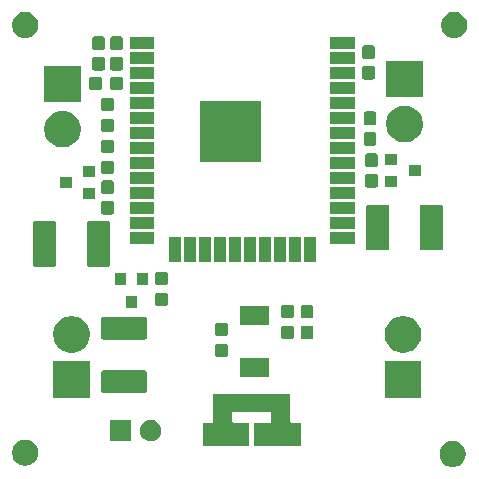
<source format=gbr>
G04 #@! TF.GenerationSoftware,KiCad,Pcbnew,(5.1.5)-3*
G04 #@! TF.CreationDate,2020-08-30T19:55:31+02:00*
G04 #@! TF.ProjectId,Drone_PCB,44726f6e-655f-4504-9342-2e6b69636164,rev?*
G04 #@! TF.SameCoordinates,Original*
G04 #@! TF.FileFunction,Soldermask,Top*
G04 #@! TF.FilePolarity,Negative*
%FSLAX46Y46*%
G04 Gerber Fmt 4.6, Leading zero omitted, Abs format (unit mm)*
G04 Created by KiCad (PCBNEW (5.1.5)-3) date 2020-08-30 19:55:31*
%MOMM*%
%LPD*%
G04 APERTURE LIST*
%ADD10C,0.100000*%
G04 APERTURE END LIST*
D10*
G36*
X86954007Y-74230800D02*
G01*
X87062150Y-74252311D01*
X87262520Y-74335307D01*
X87442844Y-74455795D01*
X87596205Y-74609156D01*
X87716693Y-74789480D01*
X87799689Y-74989851D01*
X87842000Y-75202560D01*
X87842000Y-75419440D01*
X87799689Y-75632149D01*
X87716693Y-75832520D01*
X87596205Y-76012844D01*
X87442844Y-76166205D01*
X87262520Y-76286693D01*
X87162334Y-76328191D01*
X87062150Y-76369689D01*
X86955795Y-76390844D01*
X86849440Y-76412000D01*
X86632560Y-76412000D01*
X86526205Y-76390844D01*
X86419850Y-76369689D01*
X86219480Y-76286693D01*
X86039156Y-76166205D01*
X85885795Y-76012844D01*
X85765307Y-75832520D01*
X85682311Y-75632149D01*
X85640000Y-75419440D01*
X85640000Y-75202560D01*
X85682311Y-74989851D01*
X85765307Y-74789480D01*
X85885795Y-74609156D01*
X86039156Y-74455795D01*
X86219480Y-74335307D01*
X86419850Y-74252311D01*
X86527993Y-74230800D01*
X86632560Y-74210000D01*
X86849440Y-74210000D01*
X86954007Y-74230800D01*
G37*
G36*
X50760795Y-74109156D02*
G01*
X50867150Y-74130311D01*
X51067520Y-74213307D01*
X51247844Y-74333795D01*
X51401205Y-74487156D01*
X51521693Y-74667480D01*
X51604689Y-74867851D01*
X51647000Y-75080560D01*
X51647000Y-75297440D01*
X51604689Y-75510149D01*
X51521693Y-75710520D01*
X51401205Y-75890844D01*
X51247844Y-76044205D01*
X51067520Y-76164693D01*
X50967334Y-76206191D01*
X50867150Y-76247689D01*
X50760795Y-76268844D01*
X50654440Y-76290000D01*
X50437560Y-76290000D01*
X50331205Y-76268844D01*
X50224850Y-76247689D01*
X50124666Y-76206191D01*
X50024480Y-76164693D01*
X49844156Y-76044205D01*
X49690795Y-75890844D01*
X49570307Y-75710520D01*
X49487311Y-75510149D01*
X49445000Y-75297440D01*
X49445000Y-75080560D01*
X49487311Y-74867851D01*
X49570307Y-74667480D01*
X49690795Y-74487156D01*
X49844156Y-74333795D01*
X50024480Y-74213307D01*
X50224850Y-74130311D01*
X50331205Y-74109156D01*
X50437560Y-74088000D01*
X50654440Y-74088000D01*
X50760795Y-74109156D01*
G37*
G36*
X72985000Y-72534001D02*
G01*
X72987402Y-72558387D01*
X72994515Y-72581836D01*
X73006066Y-72603447D01*
X73021611Y-72622389D01*
X73040553Y-72637934D01*
X73062164Y-72649485D01*
X73085613Y-72656598D01*
X73109999Y-72659000D01*
X73882500Y-72659000D01*
X73882500Y-74661000D01*
X69935500Y-74661000D01*
X69935500Y-72659000D01*
X71283001Y-72659000D01*
X71307387Y-72656598D01*
X71330836Y-72649485D01*
X71352447Y-72637934D01*
X71371389Y-72622389D01*
X71386934Y-72603447D01*
X71398485Y-72581836D01*
X71405598Y-72558387D01*
X71408000Y-72534001D01*
X71408000Y-71865999D01*
X71405598Y-71841613D01*
X71398485Y-71818164D01*
X71386934Y-71796553D01*
X71371389Y-71777611D01*
X71352447Y-71762066D01*
X71330836Y-71750515D01*
X71307387Y-71743402D01*
X71283001Y-71741000D01*
X68184999Y-71741000D01*
X68160613Y-71743402D01*
X68137164Y-71750515D01*
X68115553Y-71762066D01*
X68096611Y-71777611D01*
X68081066Y-71796553D01*
X68069515Y-71818164D01*
X68062402Y-71841613D01*
X68060000Y-71865999D01*
X68060000Y-72534001D01*
X68062402Y-72558387D01*
X68069515Y-72581836D01*
X68081066Y-72603447D01*
X68096611Y-72622389D01*
X68115553Y-72637934D01*
X68137164Y-72649485D01*
X68160613Y-72656598D01*
X68184999Y-72659000D01*
X69532500Y-72659000D01*
X69532500Y-74661000D01*
X65585500Y-74661000D01*
X65585500Y-72659000D01*
X66358001Y-72659000D01*
X66382387Y-72656598D01*
X66405836Y-72649485D01*
X66427447Y-72637934D01*
X66446389Y-72622389D01*
X66461934Y-72603447D01*
X66473485Y-72581836D01*
X66480598Y-72558387D01*
X66483000Y-72534001D01*
X66483000Y-70259000D01*
X72985000Y-70259000D01*
X72985000Y-72534001D01*
G37*
G36*
X59549600Y-74230800D02*
G01*
X57747600Y-74230800D01*
X57747600Y-72428800D01*
X59549600Y-72428800D01*
X59549600Y-74230800D01*
G37*
G36*
X61302112Y-72433727D02*
G01*
X61451412Y-72463424D01*
X61615384Y-72531344D01*
X61762954Y-72629947D01*
X61888453Y-72755446D01*
X61987056Y-72903016D01*
X62054976Y-73066988D01*
X62089600Y-73241059D01*
X62089600Y-73418541D01*
X62054976Y-73592612D01*
X61987056Y-73756584D01*
X61888453Y-73904154D01*
X61762954Y-74029653D01*
X61615384Y-74128256D01*
X61451412Y-74196176D01*
X61302112Y-74225873D01*
X61277342Y-74230800D01*
X61099858Y-74230800D01*
X61075088Y-74225873D01*
X60925788Y-74196176D01*
X60761816Y-74128256D01*
X60614246Y-74029653D01*
X60488747Y-73904154D01*
X60390144Y-73756584D01*
X60322224Y-73592612D01*
X60287600Y-73418541D01*
X60287600Y-73241059D01*
X60322224Y-73066988D01*
X60390144Y-72903016D01*
X60488747Y-72755446D01*
X60614246Y-72629947D01*
X60761816Y-72531344D01*
X60925788Y-72463424D01*
X61075088Y-72433727D01*
X61099858Y-72428800D01*
X61277342Y-72428800D01*
X61302112Y-72433727D01*
G37*
G36*
X56033870Y-70550870D02*
G01*
X52932130Y-70550870D01*
X52932130Y-67449130D01*
X56033870Y-67449130D01*
X56033870Y-70550870D01*
G37*
G36*
X84100870Y-70550870D02*
G01*
X80999130Y-70550870D01*
X80999130Y-67449130D01*
X84100870Y-67449130D01*
X84100870Y-70550870D01*
G37*
G36*
X60714981Y-68231909D02*
G01*
X60747242Y-68241695D01*
X60776969Y-68257585D01*
X60803029Y-68278971D01*
X60824415Y-68305031D01*
X60840305Y-68334758D01*
X60850091Y-68367019D01*
X60854000Y-68406708D01*
X60854000Y-70001292D01*
X60850091Y-70040981D01*
X60840305Y-70073242D01*
X60824415Y-70102969D01*
X60803029Y-70129029D01*
X60776969Y-70150415D01*
X60747242Y-70166305D01*
X60714981Y-70176091D01*
X60675292Y-70180000D01*
X57180708Y-70180000D01*
X57141019Y-70176091D01*
X57108758Y-70166305D01*
X57079031Y-70150415D01*
X57052971Y-70129029D01*
X57031585Y-70102969D01*
X57015695Y-70073242D01*
X57005909Y-70040981D01*
X57002000Y-70001292D01*
X57002000Y-68406708D01*
X57005909Y-68367019D01*
X57015695Y-68334758D01*
X57031585Y-68305031D01*
X57052971Y-68278971D01*
X57079031Y-68257585D01*
X57108758Y-68241695D01*
X57141019Y-68231909D01*
X57180708Y-68228000D01*
X60675292Y-68228000D01*
X60714981Y-68231909D01*
G37*
G36*
X71228000Y-68762000D02*
G01*
X68726000Y-68762000D01*
X68726000Y-67210000D01*
X71228000Y-67210000D01*
X71228000Y-68762000D01*
G37*
G36*
X67547499Y-65962445D02*
G01*
X67584995Y-65973820D01*
X67619554Y-65992292D01*
X67649847Y-66017153D01*
X67674708Y-66047446D01*
X67693180Y-66082005D01*
X67704555Y-66119501D01*
X67709000Y-66164638D01*
X67709000Y-66903362D01*
X67704555Y-66948499D01*
X67693180Y-66985995D01*
X67674708Y-67020554D01*
X67649847Y-67050847D01*
X67619554Y-67075708D01*
X67584995Y-67094180D01*
X67547499Y-67105555D01*
X67502362Y-67110000D01*
X66863638Y-67110000D01*
X66818501Y-67105555D01*
X66781005Y-67094180D01*
X66746446Y-67075708D01*
X66716153Y-67050847D01*
X66691292Y-67020554D01*
X66672820Y-66985995D01*
X66661445Y-66948499D01*
X66657000Y-66903362D01*
X66657000Y-66164638D01*
X66661445Y-66119501D01*
X66672820Y-66082005D01*
X66691292Y-66047446D01*
X66716153Y-66017153D01*
X66746446Y-65992292D01*
X66781005Y-65973820D01*
X66818501Y-65962445D01*
X66863638Y-65958000D01*
X67502362Y-65958000D01*
X67547499Y-65962445D01*
G37*
G36*
X82898160Y-63678000D02*
G01*
X83002372Y-63698729D01*
X83059651Y-63722455D01*
X83284611Y-63815636D01*
X83538621Y-63985360D01*
X83754640Y-64201379D01*
X83924364Y-64455389D01*
X84041271Y-64737629D01*
X84100870Y-65037251D01*
X84100870Y-65342749D01*
X84067051Y-65512767D01*
X84052575Y-65585545D01*
X84041271Y-65642371D01*
X83924364Y-65924611D01*
X83754640Y-66178621D01*
X83538621Y-66394640D01*
X83284611Y-66564364D01*
X83119279Y-66632846D01*
X83002372Y-66681271D01*
X82902497Y-66701137D01*
X82702749Y-66740870D01*
X82397251Y-66740870D01*
X82197503Y-66701137D01*
X82097628Y-66681271D01*
X81980721Y-66632846D01*
X81815389Y-66564364D01*
X81561379Y-66394640D01*
X81345360Y-66178621D01*
X81175636Y-65924611D01*
X81058729Y-65642371D01*
X81047426Y-65585545D01*
X81032949Y-65512767D01*
X80999130Y-65342749D01*
X80999130Y-65037251D01*
X81058729Y-64737629D01*
X81175636Y-64455389D01*
X81345360Y-64201379D01*
X81561379Y-63985360D01*
X81815389Y-63815636D01*
X82040349Y-63722455D01*
X82097628Y-63698729D01*
X82201840Y-63678000D01*
X82397251Y-63639130D01*
X82702749Y-63639130D01*
X82898160Y-63678000D01*
G37*
G36*
X54831160Y-63678000D02*
G01*
X54935372Y-63698729D01*
X54992651Y-63722455D01*
X55217611Y-63815636D01*
X55471621Y-63985360D01*
X55687640Y-64201379D01*
X55857364Y-64455389D01*
X55974271Y-64737629D01*
X56033870Y-65037251D01*
X56033870Y-65342749D01*
X56000051Y-65512767D01*
X55985575Y-65585545D01*
X55974271Y-65642371D01*
X55857364Y-65924611D01*
X55687640Y-66178621D01*
X55471621Y-66394640D01*
X55217611Y-66564364D01*
X55052279Y-66632846D01*
X54935372Y-66681271D01*
X54835497Y-66701137D01*
X54635749Y-66740870D01*
X54330251Y-66740870D01*
X54130503Y-66701137D01*
X54030628Y-66681271D01*
X53913721Y-66632846D01*
X53748389Y-66564364D01*
X53494379Y-66394640D01*
X53278360Y-66178621D01*
X53108636Y-65924611D01*
X52991729Y-65642371D01*
X52980426Y-65585545D01*
X52965949Y-65512767D01*
X52932130Y-65342749D01*
X52932130Y-65037251D01*
X52991729Y-64737629D01*
X53108636Y-64455389D01*
X53278360Y-64201379D01*
X53494379Y-63985360D01*
X53748389Y-63815636D01*
X53973349Y-63722455D01*
X54030628Y-63698729D01*
X54134840Y-63678000D01*
X54330251Y-63639130D01*
X54635749Y-63639130D01*
X54831160Y-63678000D01*
G37*
G36*
X60714981Y-63681909D02*
G01*
X60747242Y-63691695D01*
X60776969Y-63707585D01*
X60803029Y-63728971D01*
X60824415Y-63755031D01*
X60840305Y-63784758D01*
X60850091Y-63817019D01*
X60854000Y-63856708D01*
X60854000Y-65451292D01*
X60850091Y-65490981D01*
X60840305Y-65523242D01*
X60824415Y-65552969D01*
X60803029Y-65579029D01*
X60776969Y-65600415D01*
X60747242Y-65616305D01*
X60714981Y-65626091D01*
X60675292Y-65630000D01*
X57180708Y-65630000D01*
X57141019Y-65626091D01*
X57108758Y-65616305D01*
X57079031Y-65600415D01*
X57052971Y-65579029D01*
X57031585Y-65552969D01*
X57015695Y-65523242D01*
X57005909Y-65490981D01*
X57002000Y-65451292D01*
X57002000Y-63856708D01*
X57005909Y-63817019D01*
X57015695Y-63784758D01*
X57031585Y-63755031D01*
X57052971Y-63728971D01*
X57079031Y-63707585D01*
X57108758Y-63691695D01*
X57141019Y-63681909D01*
X57180708Y-63678000D01*
X60675292Y-63678000D01*
X60714981Y-63681909D01*
G37*
G36*
X74786499Y-64438445D02*
G01*
X74823995Y-64449820D01*
X74858554Y-64468292D01*
X74888847Y-64493153D01*
X74913708Y-64523446D01*
X74932180Y-64558005D01*
X74943555Y-64595501D01*
X74948000Y-64640638D01*
X74948000Y-65379362D01*
X74943555Y-65424499D01*
X74932180Y-65461995D01*
X74913708Y-65496554D01*
X74888847Y-65526847D01*
X74858554Y-65551708D01*
X74823995Y-65570180D01*
X74786499Y-65581555D01*
X74741362Y-65586000D01*
X74102638Y-65586000D01*
X74057501Y-65581555D01*
X74020005Y-65570180D01*
X73985446Y-65551708D01*
X73955153Y-65526847D01*
X73930292Y-65496554D01*
X73911820Y-65461995D01*
X73900445Y-65424499D01*
X73896000Y-65379362D01*
X73896000Y-64640638D01*
X73900445Y-64595501D01*
X73911820Y-64558005D01*
X73930292Y-64523446D01*
X73955153Y-64493153D01*
X73985446Y-64468292D01*
X74020005Y-64449820D01*
X74057501Y-64438445D01*
X74102638Y-64434000D01*
X74741362Y-64434000D01*
X74786499Y-64438445D01*
G37*
G36*
X73135499Y-64438445D02*
G01*
X73172995Y-64449820D01*
X73207554Y-64468292D01*
X73237847Y-64493153D01*
X73262708Y-64523446D01*
X73281180Y-64558005D01*
X73292555Y-64595501D01*
X73297000Y-64640638D01*
X73297000Y-65379362D01*
X73292555Y-65424499D01*
X73281180Y-65461995D01*
X73262708Y-65496554D01*
X73237847Y-65526847D01*
X73207554Y-65551708D01*
X73172995Y-65570180D01*
X73135499Y-65581555D01*
X73090362Y-65586000D01*
X72451638Y-65586000D01*
X72406501Y-65581555D01*
X72369005Y-65570180D01*
X72334446Y-65551708D01*
X72304153Y-65526847D01*
X72279292Y-65496554D01*
X72260820Y-65461995D01*
X72249445Y-65424499D01*
X72245000Y-65379362D01*
X72245000Y-64640638D01*
X72249445Y-64595501D01*
X72260820Y-64558005D01*
X72279292Y-64523446D01*
X72304153Y-64493153D01*
X72334446Y-64468292D01*
X72369005Y-64449820D01*
X72406501Y-64438445D01*
X72451638Y-64434000D01*
X73090362Y-64434000D01*
X73135499Y-64438445D01*
G37*
G36*
X67547499Y-64212445D02*
G01*
X67584995Y-64223820D01*
X67619554Y-64242292D01*
X67649847Y-64267153D01*
X67674708Y-64297446D01*
X67693180Y-64332005D01*
X67704555Y-64369501D01*
X67709000Y-64414638D01*
X67709000Y-65153362D01*
X67704555Y-65198499D01*
X67693180Y-65235995D01*
X67674708Y-65270554D01*
X67649847Y-65300847D01*
X67619554Y-65325708D01*
X67584995Y-65344180D01*
X67547499Y-65355555D01*
X67502362Y-65360000D01*
X66863638Y-65360000D01*
X66818501Y-65355555D01*
X66781005Y-65344180D01*
X66746446Y-65325708D01*
X66716153Y-65300847D01*
X66691292Y-65270554D01*
X66672820Y-65235995D01*
X66661445Y-65198499D01*
X66657000Y-65153362D01*
X66657000Y-64414638D01*
X66661445Y-64369501D01*
X66672820Y-64332005D01*
X66691292Y-64297446D01*
X66716153Y-64267153D01*
X66746446Y-64242292D01*
X66781005Y-64223820D01*
X66818501Y-64212445D01*
X66863638Y-64208000D01*
X67502362Y-64208000D01*
X67547499Y-64212445D01*
G37*
G36*
X71228000Y-64362000D02*
G01*
X68726000Y-64362000D01*
X68726000Y-62810000D01*
X71228000Y-62810000D01*
X71228000Y-64362000D01*
G37*
G36*
X74786499Y-62688445D02*
G01*
X74823995Y-62699820D01*
X74858554Y-62718292D01*
X74888847Y-62743153D01*
X74913708Y-62773446D01*
X74932180Y-62808005D01*
X74943555Y-62845501D01*
X74948000Y-62890638D01*
X74948000Y-63629362D01*
X74943555Y-63674499D01*
X74932180Y-63711995D01*
X74913708Y-63746554D01*
X74888847Y-63776847D01*
X74858554Y-63801708D01*
X74823995Y-63820180D01*
X74786499Y-63831555D01*
X74741362Y-63836000D01*
X74102638Y-63836000D01*
X74057501Y-63831555D01*
X74020005Y-63820180D01*
X73985446Y-63801708D01*
X73955153Y-63776847D01*
X73930292Y-63746554D01*
X73911820Y-63711995D01*
X73900445Y-63674499D01*
X73896000Y-63629362D01*
X73896000Y-62890638D01*
X73900445Y-62845501D01*
X73911820Y-62808005D01*
X73930292Y-62773446D01*
X73955153Y-62743153D01*
X73985446Y-62718292D01*
X74020005Y-62699820D01*
X74057501Y-62688445D01*
X74102638Y-62684000D01*
X74741362Y-62684000D01*
X74786499Y-62688445D01*
G37*
G36*
X73135499Y-62688445D02*
G01*
X73172995Y-62699820D01*
X73207554Y-62718292D01*
X73237847Y-62743153D01*
X73262708Y-62773446D01*
X73281180Y-62808005D01*
X73292555Y-62845501D01*
X73297000Y-62890638D01*
X73297000Y-63629362D01*
X73292555Y-63674499D01*
X73281180Y-63711995D01*
X73262708Y-63746554D01*
X73237847Y-63776847D01*
X73207554Y-63801708D01*
X73172995Y-63820180D01*
X73135499Y-63831555D01*
X73090362Y-63836000D01*
X72451638Y-63836000D01*
X72406501Y-63831555D01*
X72369005Y-63820180D01*
X72334446Y-63801708D01*
X72304153Y-63776847D01*
X72279292Y-63746554D01*
X72260820Y-63711995D01*
X72249445Y-63674499D01*
X72245000Y-63629362D01*
X72245000Y-62890638D01*
X72249445Y-62845501D01*
X72260820Y-62808005D01*
X72279292Y-62773446D01*
X72304153Y-62743153D01*
X72334446Y-62718292D01*
X72369005Y-62699820D01*
X72406501Y-62688445D01*
X72451638Y-62684000D01*
X73090362Y-62684000D01*
X73135499Y-62688445D01*
G37*
G36*
X60014000Y-62969000D02*
G01*
X59112000Y-62969000D01*
X59112000Y-61967000D01*
X60014000Y-61967000D01*
X60014000Y-62969000D01*
G37*
G36*
X62467499Y-61644445D02*
G01*
X62504995Y-61655820D01*
X62539554Y-61674292D01*
X62569847Y-61699153D01*
X62594708Y-61729446D01*
X62613180Y-61764005D01*
X62624555Y-61801501D01*
X62629000Y-61846638D01*
X62629000Y-62585362D01*
X62624555Y-62630499D01*
X62613180Y-62667995D01*
X62594708Y-62702554D01*
X62569847Y-62732847D01*
X62539554Y-62757708D01*
X62504995Y-62776180D01*
X62467499Y-62787555D01*
X62422362Y-62792000D01*
X61783638Y-62792000D01*
X61738501Y-62787555D01*
X61701005Y-62776180D01*
X61666446Y-62757708D01*
X61636153Y-62732847D01*
X61611292Y-62702554D01*
X61592820Y-62667995D01*
X61581445Y-62630499D01*
X61577000Y-62585362D01*
X61577000Y-61846638D01*
X61581445Y-61801501D01*
X61592820Y-61764005D01*
X61611292Y-61729446D01*
X61636153Y-61699153D01*
X61666446Y-61674292D01*
X61701005Y-61655820D01*
X61738501Y-61644445D01*
X61783638Y-61640000D01*
X62422362Y-61640000D01*
X62467499Y-61644445D01*
G37*
G36*
X62467499Y-59894445D02*
G01*
X62504995Y-59905820D01*
X62539554Y-59924292D01*
X62569847Y-59949153D01*
X62594708Y-59979446D01*
X62613180Y-60014005D01*
X62624555Y-60051501D01*
X62629000Y-60096638D01*
X62629000Y-60835362D01*
X62624555Y-60880499D01*
X62613180Y-60917995D01*
X62594708Y-60952554D01*
X62569847Y-60982847D01*
X62539554Y-61007708D01*
X62504995Y-61026180D01*
X62467499Y-61037555D01*
X62422362Y-61042000D01*
X61783638Y-61042000D01*
X61738501Y-61037555D01*
X61701005Y-61026180D01*
X61666446Y-61007708D01*
X61636153Y-60982847D01*
X61611292Y-60952554D01*
X61592820Y-60917995D01*
X61581445Y-60880499D01*
X61577000Y-60835362D01*
X61577000Y-60096638D01*
X61581445Y-60051501D01*
X61592820Y-60014005D01*
X61611292Y-59979446D01*
X61636153Y-59949153D01*
X61666446Y-59924292D01*
X61701005Y-59905820D01*
X61738501Y-59894445D01*
X61783638Y-59890000D01*
X62422362Y-59890000D01*
X62467499Y-59894445D01*
G37*
G36*
X59064000Y-60969000D02*
G01*
X58162000Y-60969000D01*
X58162000Y-59967000D01*
X59064000Y-59967000D01*
X59064000Y-60969000D01*
G37*
G36*
X60964000Y-60969000D02*
G01*
X60062000Y-60969000D01*
X60062000Y-59967000D01*
X60964000Y-59967000D01*
X60964000Y-60969000D01*
G37*
G36*
X57594981Y-55608909D02*
G01*
X57627242Y-55618695D01*
X57656969Y-55634585D01*
X57683029Y-55655971D01*
X57704415Y-55682031D01*
X57720305Y-55711758D01*
X57730091Y-55744019D01*
X57734000Y-55783708D01*
X57734000Y-59278292D01*
X57730091Y-59317981D01*
X57720305Y-59350242D01*
X57704415Y-59379969D01*
X57683029Y-59406029D01*
X57656969Y-59427415D01*
X57627242Y-59443305D01*
X57594981Y-59453091D01*
X57555292Y-59457000D01*
X55960708Y-59457000D01*
X55921019Y-59453091D01*
X55888758Y-59443305D01*
X55859031Y-59427415D01*
X55832971Y-59406029D01*
X55811585Y-59379969D01*
X55795695Y-59350242D01*
X55785909Y-59317981D01*
X55782000Y-59278292D01*
X55782000Y-55783708D01*
X55785909Y-55744019D01*
X55795695Y-55711758D01*
X55811585Y-55682031D01*
X55832971Y-55655971D01*
X55859031Y-55634585D01*
X55888758Y-55618695D01*
X55921019Y-55608909D01*
X55960708Y-55605000D01*
X57555292Y-55605000D01*
X57594981Y-55608909D01*
G37*
G36*
X53044981Y-55608909D02*
G01*
X53077242Y-55618695D01*
X53106969Y-55634585D01*
X53133029Y-55655971D01*
X53154415Y-55682031D01*
X53170305Y-55711758D01*
X53180091Y-55744019D01*
X53184000Y-55783708D01*
X53184000Y-59278292D01*
X53180091Y-59317981D01*
X53170305Y-59350242D01*
X53154415Y-59379969D01*
X53133029Y-59406029D01*
X53106969Y-59427415D01*
X53077242Y-59443305D01*
X53044981Y-59453091D01*
X53005292Y-59457000D01*
X51410708Y-59457000D01*
X51371019Y-59453091D01*
X51338758Y-59443305D01*
X51309031Y-59427415D01*
X51282971Y-59406029D01*
X51261585Y-59379969D01*
X51245695Y-59350242D01*
X51235909Y-59317981D01*
X51232000Y-59278292D01*
X51232000Y-55783708D01*
X51235909Y-55744019D01*
X51245695Y-55711758D01*
X51261585Y-55682031D01*
X51282971Y-55655971D01*
X51309031Y-55634585D01*
X51338758Y-55618695D01*
X51371019Y-55608909D01*
X51410708Y-55605000D01*
X53005292Y-55605000D01*
X53044981Y-55608909D01*
G37*
G36*
X66271000Y-59067000D02*
G01*
X65269000Y-59067000D01*
X65269000Y-56965000D01*
X66271000Y-56965000D01*
X66271000Y-59067000D01*
G37*
G36*
X63731000Y-59067000D02*
G01*
X62729000Y-59067000D01*
X62729000Y-56965000D01*
X63731000Y-56965000D01*
X63731000Y-59067000D01*
G37*
G36*
X65001000Y-59067000D02*
G01*
X63999000Y-59067000D01*
X63999000Y-56965000D01*
X65001000Y-56965000D01*
X65001000Y-59067000D01*
G37*
G36*
X70081000Y-59067000D02*
G01*
X69079000Y-59067000D01*
X69079000Y-56965000D01*
X70081000Y-56965000D01*
X70081000Y-59067000D01*
G37*
G36*
X67541000Y-59067000D02*
G01*
X66539000Y-59067000D01*
X66539000Y-56965000D01*
X67541000Y-56965000D01*
X67541000Y-59067000D01*
G37*
G36*
X68811000Y-59067000D02*
G01*
X67809000Y-59067000D01*
X67809000Y-56965000D01*
X68811000Y-56965000D01*
X68811000Y-59067000D01*
G37*
G36*
X71351000Y-59067000D02*
G01*
X70349000Y-59067000D01*
X70349000Y-56965000D01*
X71351000Y-56965000D01*
X71351000Y-59067000D01*
G37*
G36*
X72621000Y-59067000D02*
G01*
X71619000Y-59067000D01*
X71619000Y-56965000D01*
X72621000Y-56965000D01*
X72621000Y-59067000D01*
G37*
G36*
X73891000Y-59067000D02*
G01*
X72889000Y-59067000D01*
X72889000Y-56965000D01*
X73891000Y-56965000D01*
X73891000Y-59067000D01*
G37*
G36*
X75161000Y-59067000D02*
G01*
X74159000Y-59067000D01*
X74159000Y-56965000D01*
X75161000Y-56965000D01*
X75161000Y-59067000D01*
G37*
G36*
X85788981Y-54211909D02*
G01*
X85821242Y-54221695D01*
X85850969Y-54237585D01*
X85877029Y-54258971D01*
X85898415Y-54285031D01*
X85914305Y-54314758D01*
X85924091Y-54347019D01*
X85928000Y-54386708D01*
X85928000Y-57881292D01*
X85924091Y-57920981D01*
X85914305Y-57953242D01*
X85898415Y-57982969D01*
X85877029Y-58009029D01*
X85850969Y-58030415D01*
X85821242Y-58046305D01*
X85788981Y-58056091D01*
X85749292Y-58060000D01*
X84154708Y-58060000D01*
X84115019Y-58056091D01*
X84082758Y-58046305D01*
X84053031Y-58030415D01*
X84026971Y-58009029D01*
X84005585Y-57982969D01*
X83989695Y-57953242D01*
X83979909Y-57920981D01*
X83976000Y-57881292D01*
X83976000Y-54386708D01*
X83979909Y-54347019D01*
X83989695Y-54314758D01*
X84005585Y-54285031D01*
X84026971Y-54258971D01*
X84053031Y-54237585D01*
X84082758Y-54221695D01*
X84115019Y-54211909D01*
X84154708Y-54208000D01*
X85749292Y-54208000D01*
X85788981Y-54211909D01*
G37*
G36*
X81238981Y-54211909D02*
G01*
X81271242Y-54221695D01*
X81300969Y-54237585D01*
X81327029Y-54258971D01*
X81348415Y-54285031D01*
X81364305Y-54314758D01*
X81374091Y-54347019D01*
X81378000Y-54386708D01*
X81378000Y-57881292D01*
X81374091Y-57920981D01*
X81364305Y-57953242D01*
X81348415Y-57982969D01*
X81327029Y-58009029D01*
X81300969Y-58030415D01*
X81271242Y-58046305D01*
X81238981Y-58056091D01*
X81199292Y-58060000D01*
X79604708Y-58060000D01*
X79565019Y-58056091D01*
X79532758Y-58046305D01*
X79503031Y-58030415D01*
X79476971Y-58009029D01*
X79455585Y-57982969D01*
X79439695Y-57953242D01*
X79429909Y-57920981D01*
X79426000Y-57881292D01*
X79426000Y-54386708D01*
X79429909Y-54347019D01*
X79439695Y-54314758D01*
X79455585Y-54285031D01*
X79476971Y-54258971D01*
X79503031Y-54237585D01*
X79532758Y-54221695D01*
X79565019Y-54211909D01*
X79604708Y-54208000D01*
X81199292Y-54208000D01*
X81238981Y-54211909D01*
G37*
G36*
X78496000Y-57517000D02*
G01*
X76394000Y-57517000D01*
X76394000Y-56515000D01*
X78496000Y-56515000D01*
X78496000Y-57517000D01*
G37*
G36*
X61496000Y-57517000D02*
G01*
X59394000Y-57517000D01*
X59394000Y-56515000D01*
X61496000Y-56515000D01*
X61496000Y-57517000D01*
G37*
G36*
X61496000Y-56247000D02*
G01*
X59394000Y-56247000D01*
X59394000Y-55245000D01*
X61496000Y-55245000D01*
X61496000Y-56247000D01*
G37*
G36*
X78496000Y-56247000D02*
G01*
X76394000Y-56247000D01*
X76394000Y-55245000D01*
X78496000Y-55245000D01*
X78496000Y-56247000D01*
G37*
G36*
X57895499Y-53897445D02*
G01*
X57932995Y-53908820D01*
X57967554Y-53927292D01*
X57997847Y-53952153D01*
X58022708Y-53982446D01*
X58041180Y-54017005D01*
X58052555Y-54054501D01*
X58057000Y-54099638D01*
X58057000Y-54838362D01*
X58052555Y-54883499D01*
X58041180Y-54920995D01*
X58022708Y-54955554D01*
X57997847Y-54985847D01*
X57967554Y-55010708D01*
X57932995Y-55029180D01*
X57895499Y-55040555D01*
X57850362Y-55045000D01*
X57211638Y-55045000D01*
X57166501Y-55040555D01*
X57129005Y-55029180D01*
X57094446Y-55010708D01*
X57064153Y-54985847D01*
X57039292Y-54955554D01*
X57020820Y-54920995D01*
X57009445Y-54883499D01*
X57005000Y-54838362D01*
X57005000Y-54099638D01*
X57009445Y-54054501D01*
X57020820Y-54017005D01*
X57039292Y-53982446D01*
X57064153Y-53952153D01*
X57094446Y-53927292D01*
X57129005Y-53908820D01*
X57166501Y-53897445D01*
X57211638Y-53893000D01*
X57850362Y-53893000D01*
X57895499Y-53897445D01*
G37*
G36*
X61496000Y-54977000D02*
G01*
X59394000Y-54977000D01*
X59394000Y-53975000D01*
X61496000Y-53975000D01*
X61496000Y-54977000D01*
G37*
G36*
X78496000Y-54977000D02*
G01*
X76394000Y-54977000D01*
X76394000Y-53975000D01*
X78496000Y-53975000D01*
X78496000Y-54977000D01*
G37*
G36*
X56492000Y-53725000D02*
G01*
X55490000Y-53725000D01*
X55490000Y-52823000D01*
X56492000Y-52823000D01*
X56492000Y-53725000D01*
G37*
G36*
X61496000Y-53707000D02*
G01*
X59394000Y-53707000D01*
X59394000Y-52705000D01*
X61496000Y-52705000D01*
X61496000Y-53707000D01*
G37*
G36*
X78496000Y-53707000D02*
G01*
X76394000Y-53707000D01*
X76394000Y-52705000D01*
X78496000Y-52705000D01*
X78496000Y-53707000D01*
G37*
G36*
X57895499Y-52147445D02*
G01*
X57932995Y-52158820D01*
X57967554Y-52177292D01*
X57997847Y-52202153D01*
X58022708Y-52232446D01*
X58041180Y-52267005D01*
X58052555Y-52304501D01*
X58057000Y-52349638D01*
X58057000Y-53088362D01*
X58052555Y-53133499D01*
X58041180Y-53170995D01*
X58022708Y-53205554D01*
X57997847Y-53235847D01*
X57967554Y-53260708D01*
X57932995Y-53279180D01*
X57895499Y-53290555D01*
X57850362Y-53295000D01*
X57211638Y-53295000D01*
X57166501Y-53290555D01*
X57129005Y-53279180D01*
X57094446Y-53260708D01*
X57064153Y-53235847D01*
X57039292Y-53205554D01*
X57020820Y-53170995D01*
X57009445Y-53133499D01*
X57005000Y-53088362D01*
X57005000Y-52349638D01*
X57009445Y-52304501D01*
X57020820Y-52267005D01*
X57039292Y-52232446D01*
X57064153Y-52202153D01*
X57094446Y-52177292D01*
X57129005Y-52158820D01*
X57166501Y-52147445D01*
X57211638Y-52143000D01*
X57850362Y-52143000D01*
X57895499Y-52147445D01*
G37*
G36*
X54492000Y-52775000D02*
G01*
X53490000Y-52775000D01*
X53490000Y-51873000D01*
X54492000Y-51873000D01*
X54492000Y-52775000D01*
G37*
G36*
X80247499Y-51611445D02*
G01*
X80284995Y-51622820D01*
X80319554Y-51641292D01*
X80349847Y-51666153D01*
X80374708Y-51696446D01*
X80393180Y-51731005D01*
X80404555Y-51768501D01*
X80409000Y-51813638D01*
X80409000Y-52552362D01*
X80404555Y-52597499D01*
X80393180Y-52634995D01*
X80374708Y-52669554D01*
X80349847Y-52699847D01*
X80319554Y-52724708D01*
X80284995Y-52743180D01*
X80247499Y-52754555D01*
X80202362Y-52759000D01*
X79563638Y-52759000D01*
X79518501Y-52754555D01*
X79481005Y-52743180D01*
X79446446Y-52724708D01*
X79416153Y-52699847D01*
X79391292Y-52669554D01*
X79372820Y-52634995D01*
X79361445Y-52597499D01*
X79357000Y-52552362D01*
X79357000Y-51813638D01*
X79361445Y-51768501D01*
X79372820Y-51731005D01*
X79391292Y-51696446D01*
X79416153Y-51666153D01*
X79446446Y-51641292D01*
X79481005Y-51622820D01*
X79518501Y-51611445D01*
X79563638Y-51607000D01*
X80202362Y-51607000D01*
X80247499Y-51611445D01*
G37*
G36*
X82051000Y-52709000D02*
G01*
X81049000Y-52709000D01*
X81049000Y-51807000D01*
X82051000Y-51807000D01*
X82051000Y-52709000D01*
G37*
G36*
X61496000Y-52437000D02*
G01*
X59394000Y-52437000D01*
X59394000Y-51435000D01*
X61496000Y-51435000D01*
X61496000Y-52437000D01*
G37*
G36*
X78496000Y-52437000D02*
G01*
X76394000Y-52437000D01*
X76394000Y-51435000D01*
X78496000Y-51435000D01*
X78496000Y-52437000D01*
G37*
G36*
X56492000Y-51825000D02*
G01*
X55490000Y-51825000D01*
X55490000Y-50923000D01*
X56492000Y-50923000D01*
X56492000Y-51825000D01*
G37*
G36*
X84051000Y-51759000D02*
G01*
X83049000Y-51759000D01*
X83049000Y-50857000D01*
X84051000Y-50857000D01*
X84051000Y-51759000D01*
G37*
G36*
X57895499Y-50468445D02*
G01*
X57932995Y-50479820D01*
X57967554Y-50498292D01*
X57997847Y-50523153D01*
X58022708Y-50553446D01*
X58041180Y-50588005D01*
X58052555Y-50625501D01*
X58057000Y-50670638D01*
X58057000Y-51409362D01*
X58052555Y-51454499D01*
X58041180Y-51491995D01*
X58022708Y-51526554D01*
X57997847Y-51556847D01*
X57967554Y-51581708D01*
X57932995Y-51600180D01*
X57895499Y-51611555D01*
X57850362Y-51616000D01*
X57211638Y-51616000D01*
X57166501Y-51611555D01*
X57129005Y-51600180D01*
X57094446Y-51581708D01*
X57064153Y-51556847D01*
X57039292Y-51526554D01*
X57020820Y-51491995D01*
X57009445Y-51454499D01*
X57005000Y-51409362D01*
X57005000Y-50670638D01*
X57009445Y-50625501D01*
X57020820Y-50588005D01*
X57039292Y-50553446D01*
X57064153Y-50523153D01*
X57094446Y-50498292D01*
X57129005Y-50479820D01*
X57166501Y-50468445D01*
X57211638Y-50464000D01*
X57850362Y-50464000D01*
X57895499Y-50468445D01*
G37*
G36*
X61496000Y-51167000D02*
G01*
X59394000Y-51167000D01*
X59394000Y-50165000D01*
X61496000Y-50165000D01*
X61496000Y-51167000D01*
G37*
G36*
X78496000Y-51167000D02*
G01*
X76394000Y-51167000D01*
X76394000Y-50165000D01*
X78496000Y-50165000D01*
X78496000Y-51167000D01*
G37*
G36*
X80247499Y-49861445D02*
G01*
X80284995Y-49872820D01*
X80319554Y-49891292D01*
X80349847Y-49916153D01*
X80374708Y-49946446D01*
X80393180Y-49981005D01*
X80404555Y-50018501D01*
X80409000Y-50063638D01*
X80409000Y-50802362D01*
X80404555Y-50847499D01*
X80393180Y-50884995D01*
X80374708Y-50919554D01*
X80349847Y-50949847D01*
X80319554Y-50974708D01*
X80284995Y-50993180D01*
X80247499Y-51004555D01*
X80202362Y-51009000D01*
X79563638Y-51009000D01*
X79518501Y-51004555D01*
X79481005Y-50993180D01*
X79446446Y-50974708D01*
X79416153Y-50949847D01*
X79391292Y-50919554D01*
X79372820Y-50884995D01*
X79361445Y-50847499D01*
X79357000Y-50802362D01*
X79357000Y-50063638D01*
X79361445Y-50018501D01*
X79372820Y-49981005D01*
X79391292Y-49946446D01*
X79416153Y-49916153D01*
X79446446Y-49891292D01*
X79481005Y-49872820D01*
X79518501Y-49861445D01*
X79563638Y-49857000D01*
X80202362Y-49857000D01*
X80247499Y-49861445D01*
G37*
G36*
X82051000Y-50809000D02*
G01*
X81049000Y-50809000D01*
X81049000Y-49907000D01*
X82051000Y-49907000D01*
X82051000Y-50809000D01*
G37*
G36*
X70496000Y-50557000D02*
G01*
X65394000Y-50557000D01*
X65394000Y-45455000D01*
X70496000Y-45455000D01*
X70496000Y-50557000D01*
G37*
G36*
X78496000Y-49897000D02*
G01*
X76394000Y-49897000D01*
X76394000Y-48895000D01*
X78496000Y-48895000D01*
X78496000Y-49897000D01*
G37*
G36*
X61496000Y-49897000D02*
G01*
X59394000Y-49897000D01*
X59394000Y-48895000D01*
X61496000Y-48895000D01*
X61496000Y-49897000D01*
G37*
G36*
X57895499Y-48718445D02*
G01*
X57932995Y-48729820D01*
X57967554Y-48748292D01*
X57997847Y-48773153D01*
X58022708Y-48803446D01*
X58041180Y-48838005D01*
X58052555Y-48875501D01*
X58057000Y-48920638D01*
X58057000Y-49659362D01*
X58052555Y-49704499D01*
X58041180Y-49741995D01*
X58022708Y-49776554D01*
X57997847Y-49806847D01*
X57967554Y-49831708D01*
X57932995Y-49850180D01*
X57895499Y-49861555D01*
X57850362Y-49866000D01*
X57211638Y-49866000D01*
X57166501Y-49861555D01*
X57129005Y-49850180D01*
X57094446Y-49831708D01*
X57064153Y-49806847D01*
X57039292Y-49776554D01*
X57020820Y-49741995D01*
X57009445Y-49704499D01*
X57005000Y-49659362D01*
X57005000Y-48920638D01*
X57009445Y-48875501D01*
X57020820Y-48838005D01*
X57039292Y-48803446D01*
X57064153Y-48773153D01*
X57094446Y-48748292D01*
X57129005Y-48729820D01*
X57166501Y-48718445D01*
X57211638Y-48714000D01*
X57850362Y-48714000D01*
X57895499Y-48718445D01*
G37*
G36*
X54028841Y-46289980D02*
G01*
X54173372Y-46318729D01*
X54273378Y-46360153D01*
X54455611Y-46435636D01*
X54709621Y-46605360D01*
X54925640Y-46821379D01*
X55095364Y-47075389D01*
X55111621Y-47114638D01*
X55212271Y-47357628D01*
X55227259Y-47432980D01*
X55271870Y-47657251D01*
X55271870Y-47962749D01*
X55242549Y-48110153D01*
X55212271Y-48262372D01*
X55190886Y-48314000D01*
X55095364Y-48544611D01*
X54925640Y-48798621D01*
X54709621Y-49014640D01*
X54455611Y-49184364D01*
X54290279Y-49252846D01*
X54173372Y-49301271D01*
X54073497Y-49321137D01*
X53873749Y-49360870D01*
X53568251Y-49360870D01*
X53368503Y-49321137D01*
X53268628Y-49301271D01*
X53151721Y-49252846D01*
X52986389Y-49184364D01*
X52732379Y-49014640D01*
X52516360Y-48798621D01*
X52346636Y-48544611D01*
X52251114Y-48314000D01*
X52229729Y-48262372D01*
X52199451Y-48110153D01*
X52170130Y-47962749D01*
X52170130Y-47657251D01*
X52214741Y-47432980D01*
X52229729Y-47357628D01*
X52330379Y-47114638D01*
X52346636Y-47075389D01*
X52516360Y-46821379D01*
X52732379Y-46605360D01*
X52986389Y-46435636D01*
X53168622Y-46360153D01*
X53268628Y-46318729D01*
X53413159Y-46289980D01*
X53568251Y-46259130D01*
X53873749Y-46259130D01*
X54028841Y-46289980D01*
G37*
G36*
X80120499Y-48055445D02*
G01*
X80157995Y-48066820D01*
X80192554Y-48085292D01*
X80222847Y-48110153D01*
X80247708Y-48140446D01*
X80266180Y-48175005D01*
X80277555Y-48212501D01*
X80282000Y-48257638D01*
X80282000Y-48996362D01*
X80277555Y-49041499D01*
X80266180Y-49078995D01*
X80247708Y-49113554D01*
X80222847Y-49143847D01*
X80192554Y-49168708D01*
X80157995Y-49187180D01*
X80120499Y-49198555D01*
X80075362Y-49203000D01*
X79436638Y-49203000D01*
X79391501Y-49198555D01*
X79354005Y-49187180D01*
X79319446Y-49168708D01*
X79289153Y-49143847D01*
X79264292Y-49113554D01*
X79245820Y-49078995D01*
X79234445Y-49041499D01*
X79230000Y-48996362D01*
X79230000Y-48257638D01*
X79234445Y-48212501D01*
X79245820Y-48175005D01*
X79264292Y-48140446D01*
X79289153Y-48110153D01*
X79319446Y-48085292D01*
X79354005Y-48066820D01*
X79391501Y-48055445D01*
X79436638Y-48051000D01*
X80075362Y-48051000D01*
X80120499Y-48055445D01*
G37*
G36*
X83029497Y-45859863D02*
G01*
X83129372Y-45879729D01*
X83246279Y-45928154D01*
X83411611Y-45996636D01*
X83665621Y-46166360D01*
X83881640Y-46382379D01*
X84051364Y-46636389D01*
X84119846Y-46801721D01*
X84165962Y-46913053D01*
X84168271Y-46918629D01*
X84227870Y-47218251D01*
X84227870Y-47523749D01*
X84201314Y-47657253D01*
X84168271Y-47823372D01*
X84137152Y-47898499D01*
X84051364Y-48105611D01*
X83881640Y-48359621D01*
X83665621Y-48575640D01*
X83411611Y-48745364D01*
X83283034Y-48798622D01*
X83129372Y-48862271D01*
X83062860Y-48875501D01*
X82829749Y-48921870D01*
X82524251Y-48921870D01*
X82291140Y-48875501D01*
X82224628Y-48862271D01*
X82070966Y-48798622D01*
X81942389Y-48745364D01*
X81688379Y-48575640D01*
X81472360Y-48359621D01*
X81302636Y-48105611D01*
X81216848Y-47898499D01*
X81185729Y-47823372D01*
X81152686Y-47657253D01*
X81126130Y-47523749D01*
X81126130Y-47218251D01*
X81185729Y-46918629D01*
X81188039Y-46913053D01*
X81234154Y-46801721D01*
X81302636Y-46636389D01*
X81472360Y-46382379D01*
X81688379Y-46166360D01*
X81942389Y-45996636D01*
X82107721Y-45928154D01*
X82224628Y-45879729D01*
X82324503Y-45859863D01*
X82524251Y-45820130D01*
X82829749Y-45820130D01*
X83029497Y-45859863D01*
G37*
G36*
X61496000Y-48627000D02*
G01*
X59394000Y-48627000D01*
X59394000Y-47625000D01*
X61496000Y-47625000D01*
X61496000Y-48627000D01*
G37*
G36*
X78496000Y-48627000D02*
G01*
X76394000Y-48627000D01*
X76394000Y-47625000D01*
X78496000Y-47625000D01*
X78496000Y-48627000D01*
G37*
G36*
X57895499Y-46912445D02*
G01*
X57932995Y-46923820D01*
X57967554Y-46942292D01*
X57997847Y-46967153D01*
X58022708Y-46997446D01*
X58041180Y-47032005D01*
X58052555Y-47069501D01*
X58057000Y-47114638D01*
X58057000Y-47853362D01*
X58052555Y-47898499D01*
X58041180Y-47935995D01*
X58022708Y-47970554D01*
X57997847Y-48000847D01*
X57967554Y-48025708D01*
X57932995Y-48044180D01*
X57895499Y-48055555D01*
X57850362Y-48060000D01*
X57211638Y-48060000D01*
X57166501Y-48055555D01*
X57129005Y-48044180D01*
X57094446Y-48025708D01*
X57064153Y-48000847D01*
X57039292Y-47970554D01*
X57020820Y-47935995D01*
X57009445Y-47898499D01*
X57005000Y-47853362D01*
X57005000Y-47114638D01*
X57009445Y-47069501D01*
X57020820Y-47032005D01*
X57039292Y-46997446D01*
X57064153Y-46967153D01*
X57094446Y-46942292D01*
X57129005Y-46923820D01*
X57166501Y-46912445D01*
X57211638Y-46908000D01*
X57850362Y-46908000D01*
X57895499Y-46912445D01*
G37*
G36*
X80120499Y-46305445D02*
G01*
X80157995Y-46316820D01*
X80192554Y-46335292D01*
X80222847Y-46360153D01*
X80247708Y-46390446D01*
X80266180Y-46425005D01*
X80277555Y-46462501D01*
X80282000Y-46507638D01*
X80282000Y-47246362D01*
X80277555Y-47291499D01*
X80266180Y-47328995D01*
X80247708Y-47363554D01*
X80222847Y-47393847D01*
X80192554Y-47418708D01*
X80157995Y-47437180D01*
X80120499Y-47448555D01*
X80075362Y-47453000D01*
X79436638Y-47453000D01*
X79391501Y-47448555D01*
X79354005Y-47437180D01*
X79319446Y-47418708D01*
X79289153Y-47393847D01*
X79264292Y-47363554D01*
X79245820Y-47328995D01*
X79234445Y-47291499D01*
X79230000Y-47246362D01*
X79230000Y-46507638D01*
X79234445Y-46462501D01*
X79245820Y-46425005D01*
X79264292Y-46390446D01*
X79289153Y-46360153D01*
X79319446Y-46335292D01*
X79354005Y-46316820D01*
X79391501Y-46305445D01*
X79436638Y-46301000D01*
X80075362Y-46301000D01*
X80120499Y-46305445D01*
G37*
G36*
X61496000Y-47357000D02*
G01*
X59394000Y-47357000D01*
X59394000Y-46355000D01*
X61496000Y-46355000D01*
X61496000Y-47357000D01*
G37*
G36*
X78496000Y-47357000D02*
G01*
X76394000Y-47357000D01*
X76394000Y-46355000D01*
X78496000Y-46355000D01*
X78496000Y-47357000D01*
G37*
G36*
X57895499Y-45162445D02*
G01*
X57932995Y-45173820D01*
X57967554Y-45192292D01*
X57997847Y-45217153D01*
X58022708Y-45247446D01*
X58041180Y-45282005D01*
X58052555Y-45319501D01*
X58057000Y-45364638D01*
X58057000Y-46103362D01*
X58052555Y-46148499D01*
X58041180Y-46185995D01*
X58022708Y-46220554D01*
X57997847Y-46250847D01*
X57967554Y-46275708D01*
X57932995Y-46294180D01*
X57895499Y-46305555D01*
X57850362Y-46310000D01*
X57211638Y-46310000D01*
X57166501Y-46305555D01*
X57129005Y-46294180D01*
X57094446Y-46275708D01*
X57064153Y-46250847D01*
X57039292Y-46220554D01*
X57020820Y-46185995D01*
X57009445Y-46148499D01*
X57005000Y-46103362D01*
X57005000Y-45364638D01*
X57009445Y-45319501D01*
X57020820Y-45282005D01*
X57039292Y-45247446D01*
X57064153Y-45217153D01*
X57094446Y-45192292D01*
X57129005Y-45173820D01*
X57166501Y-45162445D01*
X57211638Y-45158000D01*
X57850362Y-45158000D01*
X57895499Y-45162445D01*
G37*
G36*
X78496000Y-46087000D02*
G01*
X76394000Y-46087000D01*
X76394000Y-45085000D01*
X78496000Y-45085000D01*
X78496000Y-46087000D01*
G37*
G36*
X61496000Y-46087000D02*
G01*
X59394000Y-46087000D01*
X59394000Y-45085000D01*
X61496000Y-45085000D01*
X61496000Y-46087000D01*
G37*
G36*
X55271870Y-45550870D02*
G01*
X52170130Y-45550870D01*
X52170130Y-42449130D01*
X55271870Y-42449130D01*
X55271870Y-45550870D01*
G37*
G36*
X84227870Y-45111870D02*
G01*
X81126130Y-45111870D01*
X81126130Y-42010130D01*
X84227870Y-42010130D01*
X84227870Y-45111870D01*
G37*
G36*
X78496000Y-44817000D02*
G01*
X76394000Y-44817000D01*
X76394000Y-43815000D01*
X78496000Y-43815000D01*
X78496000Y-44817000D01*
G37*
G36*
X61496000Y-44817000D02*
G01*
X59394000Y-44817000D01*
X59394000Y-43815000D01*
X61496000Y-43815000D01*
X61496000Y-44817000D01*
G37*
G36*
X56943499Y-43420445D02*
G01*
X56980995Y-43431820D01*
X57015554Y-43450292D01*
X57045847Y-43475153D01*
X57070708Y-43505446D01*
X57089180Y-43540005D01*
X57100555Y-43577501D01*
X57105000Y-43622638D01*
X57105000Y-44261362D01*
X57100555Y-44306499D01*
X57089180Y-44343995D01*
X57070708Y-44378554D01*
X57045847Y-44408847D01*
X57015554Y-44433708D01*
X56980995Y-44452180D01*
X56943499Y-44463555D01*
X56898362Y-44468000D01*
X56159638Y-44468000D01*
X56114501Y-44463555D01*
X56077005Y-44452180D01*
X56042446Y-44433708D01*
X56012153Y-44408847D01*
X55987292Y-44378554D01*
X55968820Y-44343995D01*
X55957445Y-44306499D01*
X55953000Y-44261362D01*
X55953000Y-43622638D01*
X55957445Y-43577501D01*
X55968820Y-43540005D01*
X55987292Y-43505446D01*
X56012153Y-43475153D01*
X56042446Y-43450292D01*
X56077005Y-43431820D01*
X56114501Y-43420445D01*
X56159638Y-43416000D01*
X56898362Y-43416000D01*
X56943499Y-43420445D01*
G37*
G36*
X58693499Y-43420445D02*
G01*
X58730995Y-43431820D01*
X58765554Y-43450292D01*
X58795847Y-43475153D01*
X58820708Y-43505446D01*
X58839180Y-43540005D01*
X58850555Y-43577501D01*
X58855000Y-43622638D01*
X58855000Y-44261362D01*
X58850555Y-44306499D01*
X58839180Y-44343995D01*
X58820708Y-44378554D01*
X58795847Y-44408847D01*
X58765554Y-44433708D01*
X58730995Y-44452180D01*
X58693499Y-44463555D01*
X58648362Y-44468000D01*
X57909638Y-44468000D01*
X57864501Y-44463555D01*
X57827005Y-44452180D01*
X57792446Y-44433708D01*
X57762153Y-44408847D01*
X57737292Y-44378554D01*
X57718820Y-44343995D01*
X57707445Y-44306499D01*
X57703000Y-44261362D01*
X57703000Y-43622638D01*
X57707445Y-43577501D01*
X57718820Y-43540005D01*
X57737292Y-43505446D01*
X57762153Y-43475153D01*
X57792446Y-43450292D01*
X57827005Y-43431820D01*
X57864501Y-43420445D01*
X57909638Y-43416000D01*
X58648362Y-43416000D01*
X58693499Y-43420445D01*
G37*
G36*
X79993499Y-42467445D02*
G01*
X80030995Y-42478820D01*
X80065554Y-42497292D01*
X80095847Y-42522153D01*
X80120708Y-42552446D01*
X80139180Y-42587005D01*
X80150555Y-42624501D01*
X80155000Y-42669638D01*
X80155000Y-43408362D01*
X80150555Y-43453499D01*
X80139180Y-43490995D01*
X80120708Y-43525554D01*
X80095847Y-43555847D01*
X80065554Y-43580708D01*
X80030995Y-43599180D01*
X79993499Y-43610555D01*
X79948362Y-43615000D01*
X79309638Y-43615000D01*
X79264501Y-43610555D01*
X79227005Y-43599180D01*
X79192446Y-43580708D01*
X79162153Y-43555847D01*
X79137292Y-43525554D01*
X79118820Y-43490995D01*
X79107445Y-43453499D01*
X79103000Y-43408362D01*
X79103000Y-42669638D01*
X79107445Y-42624501D01*
X79118820Y-42587005D01*
X79137292Y-42552446D01*
X79162153Y-42522153D01*
X79192446Y-42497292D01*
X79227005Y-42478820D01*
X79264501Y-42467445D01*
X79309638Y-42463000D01*
X79948362Y-42463000D01*
X79993499Y-42467445D01*
G37*
G36*
X61496000Y-43547000D02*
G01*
X59394000Y-43547000D01*
X59394000Y-42545000D01*
X61496000Y-42545000D01*
X61496000Y-43547000D01*
G37*
G36*
X78496000Y-43547000D02*
G01*
X76394000Y-43547000D01*
X76394000Y-42545000D01*
X78496000Y-42545000D01*
X78496000Y-43547000D01*
G37*
G36*
X57133499Y-41705445D02*
G01*
X57170995Y-41716820D01*
X57205554Y-41735292D01*
X57235847Y-41760153D01*
X57260708Y-41790446D01*
X57279180Y-41825005D01*
X57290555Y-41862501D01*
X57295000Y-41907638D01*
X57295000Y-42646362D01*
X57290555Y-42691499D01*
X57279180Y-42728995D01*
X57260708Y-42763554D01*
X57235847Y-42793847D01*
X57205554Y-42818708D01*
X57170995Y-42837180D01*
X57133499Y-42848555D01*
X57088362Y-42853000D01*
X56449638Y-42853000D01*
X56404501Y-42848555D01*
X56367005Y-42837180D01*
X56332446Y-42818708D01*
X56302153Y-42793847D01*
X56277292Y-42763554D01*
X56258820Y-42728995D01*
X56247445Y-42691499D01*
X56243000Y-42646362D01*
X56243000Y-41907638D01*
X56247445Y-41862501D01*
X56258820Y-41825005D01*
X56277292Y-41790446D01*
X56302153Y-41760153D01*
X56332446Y-41735292D01*
X56367005Y-41716820D01*
X56404501Y-41705445D01*
X56449638Y-41701000D01*
X57088362Y-41701000D01*
X57133499Y-41705445D01*
G37*
G36*
X58657499Y-41705445D02*
G01*
X58694995Y-41716820D01*
X58729554Y-41735292D01*
X58759847Y-41760153D01*
X58784708Y-41790446D01*
X58803180Y-41825005D01*
X58814555Y-41862501D01*
X58819000Y-41907638D01*
X58819000Y-42646362D01*
X58814555Y-42691499D01*
X58803180Y-42728995D01*
X58784708Y-42763554D01*
X58759847Y-42793847D01*
X58729554Y-42818708D01*
X58694995Y-42837180D01*
X58657499Y-42848555D01*
X58612362Y-42853000D01*
X57973638Y-42853000D01*
X57928501Y-42848555D01*
X57891005Y-42837180D01*
X57856446Y-42818708D01*
X57826153Y-42793847D01*
X57801292Y-42763554D01*
X57782820Y-42728995D01*
X57771445Y-42691499D01*
X57767000Y-42646362D01*
X57767000Y-41907638D01*
X57771445Y-41862501D01*
X57782820Y-41825005D01*
X57801292Y-41790446D01*
X57826153Y-41760153D01*
X57856446Y-41735292D01*
X57891005Y-41716820D01*
X57928501Y-41705445D01*
X57973638Y-41701000D01*
X58612362Y-41701000D01*
X58657499Y-41705445D01*
G37*
G36*
X78496000Y-42277000D02*
G01*
X76394000Y-42277000D01*
X76394000Y-41275000D01*
X78496000Y-41275000D01*
X78496000Y-42277000D01*
G37*
G36*
X61496000Y-42277000D02*
G01*
X59394000Y-42277000D01*
X59394000Y-41275000D01*
X61496000Y-41275000D01*
X61496000Y-42277000D01*
G37*
G36*
X79993499Y-40717445D02*
G01*
X80030995Y-40728820D01*
X80065554Y-40747292D01*
X80095847Y-40772153D01*
X80120708Y-40802446D01*
X80139180Y-40837005D01*
X80150555Y-40874501D01*
X80155000Y-40919638D01*
X80155000Y-41658362D01*
X80150555Y-41703499D01*
X80139180Y-41740995D01*
X80120708Y-41775554D01*
X80095847Y-41805847D01*
X80065554Y-41830708D01*
X80030995Y-41849180D01*
X79993499Y-41860555D01*
X79948362Y-41865000D01*
X79309638Y-41865000D01*
X79264501Y-41860555D01*
X79227005Y-41849180D01*
X79192446Y-41830708D01*
X79162153Y-41805847D01*
X79137292Y-41775554D01*
X79118820Y-41740995D01*
X79107445Y-41703499D01*
X79103000Y-41658362D01*
X79103000Y-40919638D01*
X79107445Y-40874501D01*
X79118820Y-40837005D01*
X79137292Y-40802446D01*
X79162153Y-40772153D01*
X79192446Y-40747292D01*
X79227005Y-40728820D01*
X79264501Y-40717445D01*
X79309638Y-40713000D01*
X79948362Y-40713000D01*
X79993499Y-40717445D01*
G37*
G36*
X58657499Y-39955445D02*
G01*
X58694995Y-39966820D01*
X58729554Y-39985292D01*
X58759847Y-40010153D01*
X58784708Y-40040446D01*
X58803180Y-40075005D01*
X58814555Y-40112501D01*
X58819000Y-40157638D01*
X58819000Y-40896362D01*
X58814555Y-40941499D01*
X58803180Y-40978995D01*
X58784708Y-41013554D01*
X58759847Y-41043847D01*
X58729554Y-41068708D01*
X58694995Y-41087180D01*
X58657499Y-41098555D01*
X58612362Y-41103000D01*
X57973638Y-41103000D01*
X57928501Y-41098555D01*
X57891005Y-41087180D01*
X57856446Y-41068708D01*
X57826153Y-41043847D01*
X57801292Y-41013554D01*
X57782820Y-40978995D01*
X57771445Y-40941499D01*
X57767000Y-40896362D01*
X57767000Y-40157638D01*
X57771445Y-40112501D01*
X57782820Y-40075005D01*
X57801292Y-40040446D01*
X57826153Y-40010153D01*
X57856446Y-39985292D01*
X57891005Y-39966820D01*
X57928501Y-39955445D01*
X57973638Y-39951000D01*
X58612362Y-39951000D01*
X58657499Y-39955445D01*
G37*
G36*
X57133499Y-39955445D02*
G01*
X57170995Y-39966820D01*
X57205554Y-39985292D01*
X57235847Y-40010153D01*
X57260708Y-40040446D01*
X57279180Y-40075005D01*
X57290555Y-40112501D01*
X57295000Y-40157638D01*
X57295000Y-40896362D01*
X57290555Y-40941499D01*
X57279180Y-40978995D01*
X57260708Y-41013554D01*
X57235847Y-41043847D01*
X57205554Y-41068708D01*
X57170995Y-41087180D01*
X57133499Y-41098555D01*
X57088362Y-41103000D01*
X56449638Y-41103000D01*
X56404501Y-41098555D01*
X56367005Y-41087180D01*
X56332446Y-41068708D01*
X56302153Y-41043847D01*
X56277292Y-41013554D01*
X56258820Y-40978995D01*
X56247445Y-40941499D01*
X56243000Y-40896362D01*
X56243000Y-40157638D01*
X56247445Y-40112501D01*
X56258820Y-40075005D01*
X56277292Y-40040446D01*
X56302153Y-40010153D01*
X56332446Y-39985292D01*
X56367005Y-39966820D01*
X56404501Y-39955445D01*
X56449638Y-39951000D01*
X57088362Y-39951000D01*
X57133499Y-39955445D01*
G37*
G36*
X78496000Y-41007000D02*
G01*
X76394000Y-41007000D01*
X76394000Y-40005000D01*
X78496000Y-40005000D01*
X78496000Y-41007000D01*
G37*
G36*
X61496000Y-41007000D02*
G01*
X59394000Y-41007000D01*
X59394000Y-40005000D01*
X61496000Y-40005000D01*
X61496000Y-41007000D01*
G37*
G36*
X87082794Y-37909155D02*
G01*
X87189150Y-37930311D01*
X87389520Y-38013307D01*
X87569844Y-38133795D01*
X87723205Y-38287156D01*
X87843693Y-38467480D01*
X87926689Y-38667851D01*
X87969000Y-38880560D01*
X87969000Y-39097440D01*
X87926689Y-39310149D01*
X87843693Y-39510520D01*
X87723205Y-39690844D01*
X87569844Y-39844205D01*
X87389520Y-39964693D01*
X87339789Y-39985292D01*
X87189150Y-40047689D01*
X87087618Y-40067885D01*
X86976440Y-40090000D01*
X86759560Y-40090000D01*
X86648382Y-40067885D01*
X86546850Y-40047689D01*
X86396211Y-39985292D01*
X86346480Y-39964693D01*
X86166156Y-39844205D01*
X86012795Y-39690844D01*
X85892307Y-39510520D01*
X85809311Y-39310149D01*
X85767000Y-39097440D01*
X85767000Y-38880560D01*
X85809311Y-38667851D01*
X85892307Y-38467480D01*
X86012795Y-38287156D01*
X86166156Y-38133795D01*
X86346480Y-38013307D01*
X86546850Y-37930311D01*
X86653205Y-37909156D01*
X86759560Y-37888000D01*
X86976440Y-37888000D01*
X87082794Y-37909155D01*
G37*
G36*
X50760794Y-37909155D02*
G01*
X50867150Y-37930311D01*
X51067520Y-38013307D01*
X51247844Y-38133795D01*
X51401205Y-38287156D01*
X51521693Y-38467480D01*
X51604689Y-38667851D01*
X51647000Y-38880560D01*
X51647000Y-39097440D01*
X51604689Y-39310149D01*
X51521693Y-39510520D01*
X51401205Y-39690844D01*
X51247844Y-39844205D01*
X51067520Y-39964693D01*
X51017789Y-39985292D01*
X50867150Y-40047689D01*
X50765618Y-40067885D01*
X50654440Y-40090000D01*
X50437560Y-40090000D01*
X50326382Y-40067885D01*
X50224850Y-40047689D01*
X50074211Y-39985292D01*
X50024480Y-39964693D01*
X49844156Y-39844205D01*
X49690795Y-39690844D01*
X49570307Y-39510520D01*
X49487311Y-39310149D01*
X49445000Y-39097440D01*
X49445000Y-38880560D01*
X49487311Y-38667851D01*
X49570307Y-38467480D01*
X49690795Y-38287156D01*
X49844156Y-38133795D01*
X50024480Y-38013307D01*
X50224850Y-37930311D01*
X50331206Y-37909155D01*
X50437560Y-37888000D01*
X50654440Y-37888000D01*
X50760794Y-37909155D01*
G37*
M02*

</source>
